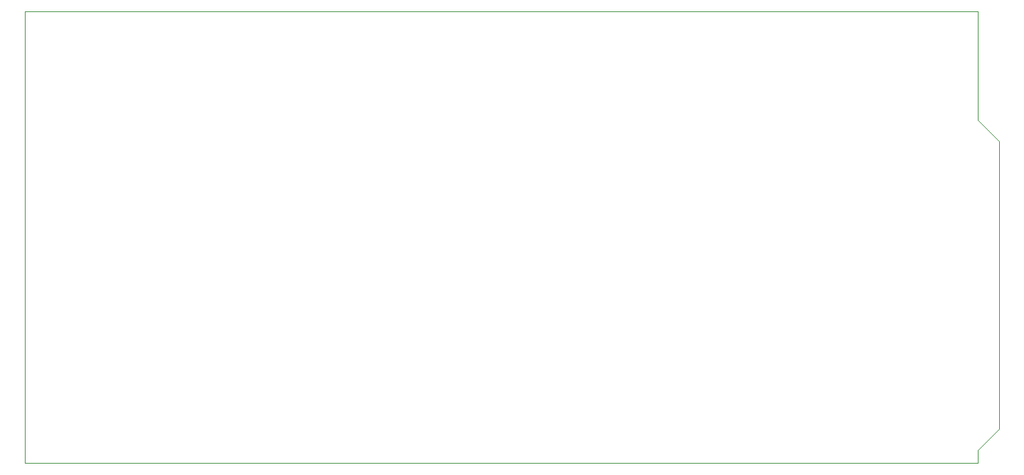
<source format=gbr>
%TF.GenerationSoftware,KiCad,Pcbnew,(7.0.0)*%
%TF.CreationDate,2023-03-06T13:52:23-05:00*%
%TF.ProjectId,warmingTray_v2,7761726d-696e-4675-9472-61795f76322e,rev?*%
%TF.SameCoordinates,Original*%
%TF.FileFunction,Profile,NP*%
%FSLAX46Y46*%
G04 Gerber Fmt 4.6, Leading zero omitted, Abs format (unit mm)*
G04 Created by KiCad (PCBNEW (7.0.0)) date 2023-03-06 13:52:23*
%MOMM*%
%LPD*%
G01*
G04 APERTURE LIST*
%TA.AperFunction,Profile*%
%ADD10C,0.100000*%
%TD*%
G04 APERTURE END LIST*
D10*
X213614000Y-81026000D02*
X216154000Y-83566000D01*
X213614000Y-120396000D02*
X213614000Y-121920000D01*
X216154000Y-83566000D02*
X216154000Y-117856000D01*
X213614000Y-68072000D02*
X213614000Y-81026000D01*
X216154000Y-117856000D02*
X213614000Y-120396000D01*
X100076000Y-68072000D02*
X213614000Y-68072000D01*
X100076000Y-121920000D02*
X100076000Y-68072000D01*
X213614000Y-121920000D02*
X100076000Y-121920000D01*
M02*

</source>
